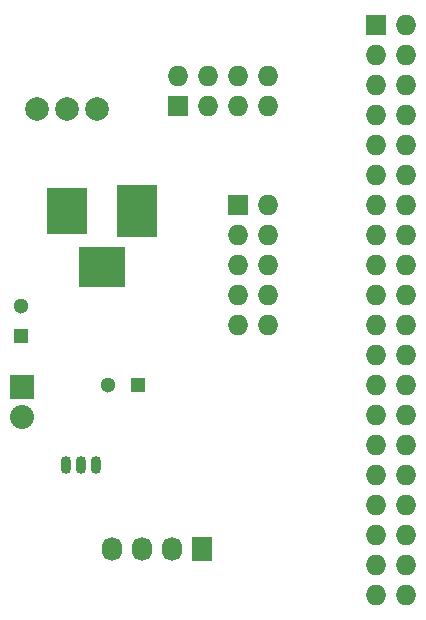
<source format=gbr>
G04 #@! TF.FileFunction,Soldermask,Bot*
%FSLAX46Y46*%
G04 Gerber Fmt 4.6, Leading zero omitted, Abs format (unit mm)*
G04 Created by KiCad (PCBNEW 4.0.2-4+6225~38~ubuntu14.04.1-stable) date Tue 01 Mar 2016 05:51:26 PM CST*
%MOMM*%
G01*
G04 APERTURE LIST*
%ADD10C,0.100000*%
%ADD11R,1.727200X1.727200*%
%ADD12O,1.727200X1.727200*%
%ADD13R,3.500000X4.500000*%
%ADD14R,3.500000X4.000000*%
%ADD15R,4.000000X3.500000*%
%ADD16R,1.727200X2.032000*%
%ADD17O,1.727200X2.032000*%
%ADD18C,2.000000*%
%ADD19R,2.032000X2.032000*%
%ADD20O,2.032000X2.032000*%
%ADD21O,0.899160X1.501140*%
%ADD22C,1.300000*%
%ADD23R,1.300000X1.300000*%
G04 APERTURE END LIST*
D10*
D11*
X179578000Y-94996000D03*
D12*
X182118000Y-94996000D03*
X179578000Y-97536000D03*
X182118000Y-97536000D03*
X179578000Y-100076000D03*
X182118000Y-100076000D03*
X179578000Y-102616000D03*
X182118000Y-102616000D03*
X179578000Y-105156000D03*
X182118000Y-105156000D03*
X179578000Y-107696000D03*
X182118000Y-107696000D03*
X179578000Y-110236000D03*
X182118000Y-110236000D03*
X179578000Y-112776000D03*
X182118000Y-112776000D03*
X179578000Y-115316000D03*
X182118000Y-115316000D03*
X179578000Y-117856000D03*
X182118000Y-117856000D03*
X179578000Y-120396000D03*
X182118000Y-120396000D03*
X179578000Y-122936000D03*
X182118000Y-122936000D03*
X179578000Y-125476000D03*
X182118000Y-125476000D03*
X179578000Y-128016000D03*
X182118000Y-128016000D03*
X179578000Y-130556000D03*
X182118000Y-130556000D03*
X179578000Y-133096000D03*
X182118000Y-133096000D03*
X179578000Y-135636000D03*
X182118000Y-135636000D03*
X179578000Y-138176000D03*
X182118000Y-138176000D03*
X179578000Y-140716000D03*
X182118000Y-140716000D03*
X179578000Y-143256000D03*
X182118000Y-143256000D03*
D13*
X159362140Y-110744000D03*
D14*
X153362660Y-110744000D03*
D15*
X156362400Y-115443000D03*
D16*
X164846000Y-139369800D03*
D17*
X162306000Y-139369800D03*
X159766000Y-139369800D03*
X157226000Y-139369800D03*
D18*
X155956000Y-102108000D03*
X153416000Y-102108000D03*
X150876000Y-102108000D03*
D19*
X149606000Y-125603000D03*
D20*
X149606000Y-128143000D03*
D21*
X154559000Y-132207000D03*
X155829000Y-132207000D03*
X153289000Y-132207000D03*
D11*
X162814000Y-101854000D03*
D12*
X162814000Y-99314000D03*
X165354000Y-101854000D03*
X165354000Y-99314000D03*
X167894000Y-101854000D03*
X167894000Y-99314000D03*
X170434000Y-101854000D03*
X170434000Y-99314000D03*
D22*
X149479000Y-118785000D03*
D23*
X149479000Y-121285000D03*
D22*
X156885000Y-125476000D03*
D23*
X159385000Y-125476000D03*
D11*
X167894000Y-110236000D03*
D12*
X170434000Y-110236000D03*
X167894000Y-112776000D03*
X170434000Y-112776000D03*
X167894000Y-115316000D03*
X170434000Y-115316000D03*
X167894000Y-117856000D03*
X170434000Y-117856000D03*
X167894000Y-120396000D03*
X170434000Y-120396000D03*
M02*

</source>
